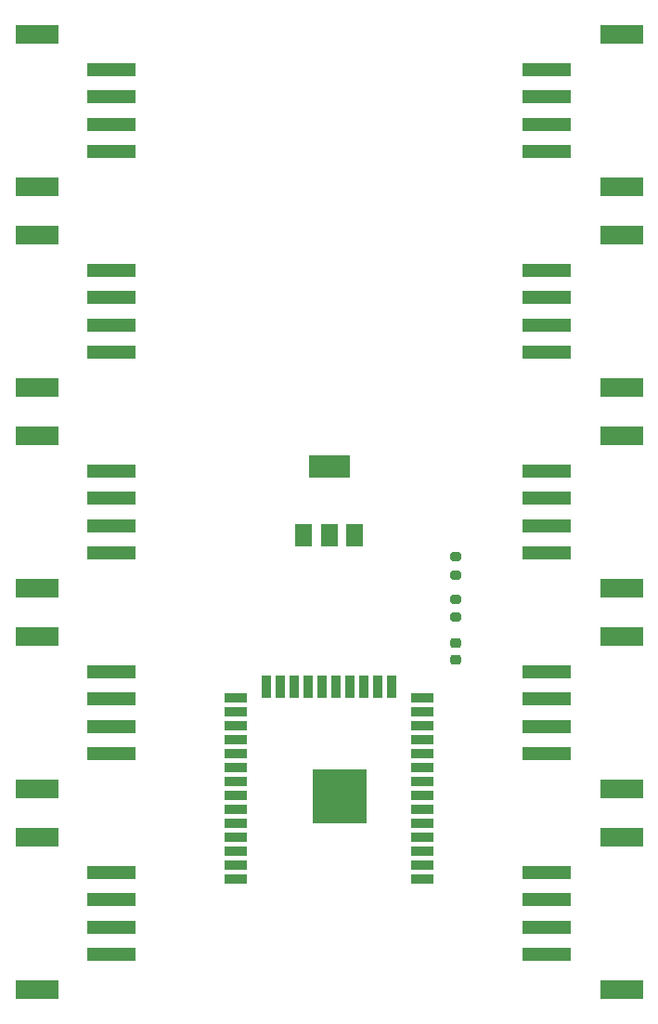
<source format=gbr>
%TF.GenerationSoftware,KiCad,Pcbnew,(6.0.6)*%
%TF.CreationDate,2023-01-23T13:41:07-05:00*%
%TF.ProjectId,esp32-wled,65737033-322d-4776-9c65-642e6b696361,rev?*%
%TF.SameCoordinates,Original*%
%TF.FileFunction,Paste,Top*%
%TF.FilePolarity,Positive*%
%FSLAX46Y46*%
G04 Gerber Fmt 4.6, Leading zero omitted, Abs format (unit mm)*
G04 Created by KiCad (PCBNEW (6.0.6)) date 2023-01-23 13:41:07*
%MOMM*%
%LPD*%
G01*
G04 APERTURE LIST*
G04 Aperture macros list*
%AMRoundRect*
0 Rectangle with rounded corners*
0 $1 Rounding radius*
0 $2 $3 $4 $5 $6 $7 $8 $9 X,Y pos of 4 corners*
0 Add a 4 corners polygon primitive as box body*
4,1,4,$2,$3,$4,$5,$6,$7,$8,$9,$2,$3,0*
0 Add four circle primitives for the rounded corners*
1,1,$1+$1,$2,$3*
1,1,$1+$1,$4,$5*
1,1,$1+$1,$6,$7*
1,1,$1+$1,$8,$9*
0 Add four rect primitives between the rounded corners*
20,1,$1+$1,$2,$3,$4,$5,0*
20,1,$1+$1,$4,$5,$6,$7,0*
20,1,$1+$1,$6,$7,$8,$9,0*
20,1,$1+$1,$8,$9,$2,$3,0*%
G04 Aperture macros list end*
%ADD10R,4.495800X1.295400*%
%ADD11R,3.911600X1.803400*%
%ADD12RoundRect,0.200000X-0.275000X0.200000X-0.275000X-0.200000X0.275000X-0.200000X0.275000X0.200000X0*%
%ADD13R,1.500000X2.000000*%
%ADD14R,3.800000X2.000000*%
%ADD15R,2.000000X0.900000*%
%ADD16R,0.900000X2.000000*%
%ADD17R,5.000000X5.000000*%
%ADD18RoundRect,0.225000X0.250000X-0.225000X0.250000X0.225000X-0.250000X0.225000X-0.250000X-0.225000X0*%
G04 APERTURE END LIST*
D10*
%TO.C,LED10-GPIO27*%
X152911912Y-64964000D03*
X152911912Y-62464000D03*
X152911912Y-59964000D03*
X152911912Y-57464000D03*
D11*
X159711911Y-68163999D03*
X159711911Y-54264001D03*
%TD*%
D12*
%TO.C,R1*%
X144627600Y-101892600D03*
X144627600Y-103542600D03*
%TD*%
D10*
%TO.C,LED1-GPIO4*%
X113210488Y-57464000D03*
X113210488Y-59964000D03*
X113210488Y-62464000D03*
X113210488Y-64964000D03*
D11*
X106410489Y-54264001D03*
X106410489Y-68163999D03*
%TD*%
D10*
%TO.C,LED3-GPIO17*%
X113210488Y-94040000D03*
X113210488Y-96540000D03*
X113210488Y-99040000D03*
X113210488Y-101540000D03*
D11*
X106410489Y-90840001D03*
X106410489Y-104739999D03*
%TD*%
D10*
%TO.C,LED6-GPIO32*%
X152911912Y-138116000D03*
X152911912Y-135616000D03*
X152911912Y-133116000D03*
X152911912Y-130616000D03*
D11*
X159711911Y-141315999D03*
X159711911Y-127416001D03*
%TD*%
D13*
%TO.C,U2*%
X130738400Y-99898600D03*
X133038400Y-99898600D03*
D14*
X133038400Y-93598600D03*
D13*
X135338400Y-99898600D03*
%TD*%
D15*
%TO.C,U1*%
X141538400Y-131225800D03*
X141538400Y-129955800D03*
X141538400Y-128685800D03*
X141538400Y-127415800D03*
X141538400Y-126145800D03*
X141538400Y-124875800D03*
X141538400Y-123605800D03*
X141538400Y-122335800D03*
X141538400Y-121065800D03*
X141538400Y-119795800D03*
X141538400Y-118525800D03*
X141538400Y-117255800D03*
X141538400Y-115985800D03*
X141538400Y-114715800D03*
D16*
X138753400Y-113715800D03*
X137483400Y-113715800D03*
X136213400Y-113715800D03*
X134943400Y-113715800D03*
X133673400Y-113715800D03*
X132403400Y-113715800D03*
X131133400Y-113715800D03*
X129863400Y-113715800D03*
X128593400Y-113715800D03*
X127323400Y-113715800D03*
D15*
X124538400Y-114715800D03*
X124538400Y-115985800D03*
X124538400Y-117255800D03*
X124538400Y-118525800D03*
X124538400Y-119795800D03*
X124538400Y-121065800D03*
X124538400Y-122335800D03*
X124538400Y-123605800D03*
X124538400Y-124875800D03*
X124538400Y-126145800D03*
X124538400Y-127415800D03*
X124538400Y-128685800D03*
X124538400Y-129955800D03*
X124538400Y-131225800D03*
D17*
X134038400Y-123725800D03*
%TD*%
D12*
%TO.C,R2*%
X144627600Y-105728000D03*
X144627600Y-107378000D03*
%TD*%
D10*
%TO.C,LED2-GPIO16*%
X113210488Y-75752000D03*
X113210488Y-78252000D03*
X113210488Y-80752000D03*
X113210488Y-83252000D03*
D11*
X106410489Y-72552001D03*
X106410489Y-86451999D03*
%TD*%
D18*
%TO.C,C1*%
X144627600Y-111265000D03*
X144627600Y-109715000D03*
%TD*%
D10*
%TO.C,LED9-GPIO26*%
X152911912Y-83252000D03*
X152911912Y-80752000D03*
X152911912Y-78252000D03*
X152911912Y-75752000D03*
D11*
X159711911Y-86451999D03*
X159711911Y-72552001D03*
%TD*%
D10*
%TO.C,LED5-GPIO23*%
X113210488Y-130616000D03*
X113210488Y-133116000D03*
X113210488Y-135616000D03*
X113210488Y-138116000D03*
D11*
X106410489Y-127416001D03*
X106410489Y-141315999D03*
%TD*%
D10*
%TO.C,LED7-GPIO33*%
X152911912Y-119828000D03*
X152911912Y-117328000D03*
X152911912Y-114828000D03*
X152911912Y-112328000D03*
D11*
X159711911Y-123027999D03*
X159711911Y-109128001D03*
%TD*%
D10*
%TO.C,LED8-GPIO25*%
X152911912Y-101540000D03*
X152911912Y-99040000D03*
X152911912Y-96540000D03*
X152911912Y-94040000D03*
D11*
X159711911Y-104739999D03*
X159711911Y-90840001D03*
%TD*%
D10*
%TO.C,LED4-GPIO22*%
X113210488Y-112328000D03*
X113210488Y-114828000D03*
X113210488Y-117328000D03*
X113210488Y-119828000D03*
D11*
X106410489Y-109128001D03*
X106410489Y-123027999D03*
%TD*%
M02*

</source>
